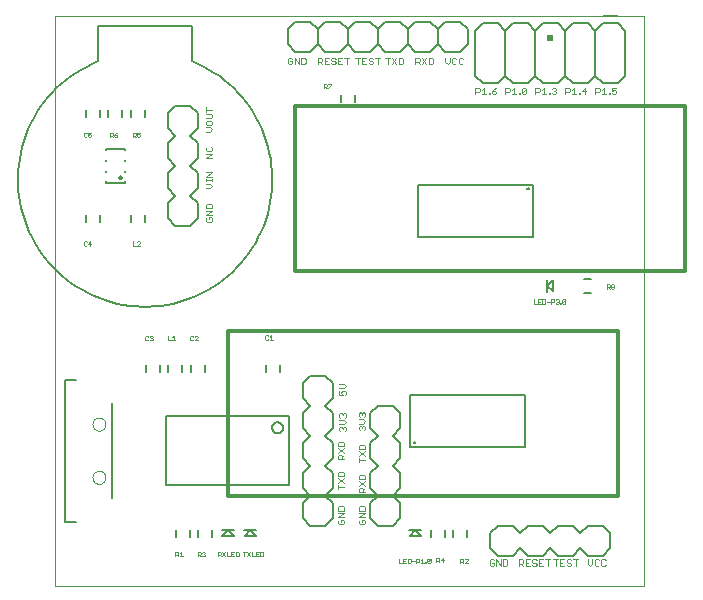
<source format=gto>
G75*
G70*
%OFA0B0*%
%FSLAX24Y24*%
%IPPOS*%
%LPD*%
%AMOC8*
5,1,8,0,0,1.08239X$1,22.5*
%
%ADD10C,0.0000*%
%ADD11C,0.0020*%
%ADD12C,0.0050*%
%ADD13C,0.0120*%
%ADD14C,0.0060*%
%ADD15C,0.0010*%
%ADD16C,0.0080*%
%ADD17R,0.0200X0.0200*%
D10*
X005648Y000150D02*
X025268Y000150D01*
X025268Y019146D01*
X005648Y019146D01*
X005648Y000150D01*
X006892Y003764D02*
X006894Y003793D01*
X006900Y003821D01*
X006909Y003849D01*
X006922Y003875D01*
X006939Y003898D01*
X006958Y003920D01*
X006980Y003939D01*
X007005Y003954D01*
X007031Y003967D01*
X007059Y003975D01*
X007087Y003980D01*
X007116Y003981D01*
X007145Y003978D01*
X007173Y003971D01*
X007200Y003961D01*
X007226Y003947D01*
X007249Y003930D01*
X007270Y003910D01*
X007288Y003887D01*
X007303Y003862D01*
X007314Y003835D01*
X007322Y003807D01*
X007326Y003778D01*
X007326Y003750D01*
X007322Y003721D01*
X007314Y003693D01*
X007303Y003666D01*
X007288Y003641D01*
X007270Y003618D01*
X007249Y003598D01*
X007226Y003581D01*
X007200Y003567D01*
X007173Y003557D01*
X007145Y003550D01*
X007116Y003547D01*
X007087Y003548D01*
X007059Y003553D01*
X007031Y003561D01*
X007005Y003574D01*
X006980Y003589D01*
X006958Y003608D01*
X006939Y003630D01*
X006922Y003653D01*
X006909Y003679D01*
X006900Y003707D01*
X006894Y003735D01*
X006892Y003764D01*
X006892Y005536D02*
X006894Y005565D01*
X006900Y005593D01*
X006909Y005621D01*
X006922Y005647D01*
X006939Y005670D01*
X006958Y005692D01*
X006980Y005711D01*
X007005Y005726D01*
X007031Y005739D01*
X007059Y005747D01*
X007087Y005752D01*
X007116Y005753D01*
X007145Y005750D01*
X007173Y005743D01*
X007200Y005733D01*
X007226Y005719D01*
X007249Y005702D01*
X007270Y005682D01*
X007288Y005659D01*
X007303Y005634D01*
X007314Y005607D01*
X007322Y005579D01*
X007326Y005550D01*
X007326Y005522D01*
X007322Y005493D01*
X007314Y005465D01*
X007303Y005438D01*
X007288Y005413D01*
X007270Y005390D01*
X007249Y005370D01*
X007226Y005353D01*
X007200Y005339D01*
X007173Y005329D01*
X007145Y005322D01*
X007116Y005319D01*
X007087Y005320D01*
X007059Y005325D01*
X007031Y005333D01*
X007005Y005346D01*
X006980Y005361D01*
X006958Y005380D01*
X006939Y005402D01*
X006922Y005425D01*
X006909Y005451D01*
X006900Y005479D01*
X006894Y005507D01*
X006892Y005536D01*
D11*
X015068Y004912D02*
X015068Y004802D01*
X015288Y004802D01*
X015288Y004912D01*
X015251Y004949D01*
X015104Y004949D01*
X015068Y004912D01*
X015068Y004728D02*
X015288Y004581D01*
X015288Y004507D02*
X015214Y004433D01*
X015214Y004470D02*
X015214Y004360D01*
X015288Y004360D02*
X015068Y004360D01*
X015068Y004470D01*
X015104Y004507D01*
X015178Y004507D01*
X015214Y004470D01*
X015068Y004581D02*
X015288Y004728D01*
X015768Y004702D02*
X015768Y004812D01*
X015804Y004849D01*
X015951Y004849D01*
X015988Y004812D01*
X015988Y004702D01*
X015768Y004702D01*
X015768Y004628D02*
X015988Y004481D01*
X015988Y004628D02*
X015768Y004481D01*
X015768Y004407D02*
X015768Y004260D01*
X015768Y004333D02*
X015988Y004333D01*
X015288Y003912D02*
X015251Y003949D01*
X015104Y003949D01*
X015068Y003912D01*
X015068Y003802D01*
X015288Y003802D01*
X015288Y003912D01*
X015288Y003728D02*
X015068Y003581D01*
X015068Y003507D02*
X015068Y003360D01*
X015068Y003433D02*
X015288Y003433D01*
X015288Y003581D02*
X015068Y003728D01*
X015768Y003702D02*
X015768Y003812D01*
X015804Y003849D01*
X015951Y003849D01*
X015988Y003812D01*
X015988Y003702D01*
X015768Y003702D01*
X015768Y003628D02*
X015988Y003481D01*
X015988Y003407D02*
X015914Y003333D01*
X015914Y003370D02*
X015914Y003260D01*
X015988Y003260D02*
X015768Y003260D01*
X015768Y003370D01*
X015804Y003407D01*
X015878Y003407D01*
X015914Y003370D01*
X015768Y003481D02*
X015988Y003628D01*
X015951Y002799D02*
X015804Y002799D01*
X015768Y002762D01*
X015768Y002652D01*
X015988Y002652D01*
X015988Y002762D01*
X015951Y002799D01*
X015988Y002578D02*
X015768Y002578D01*
X015768Y002431D02*
X015988Y002578D01*
X015988Y002431D02*
X015768Y002431D01*
X015804Y002357D02*
X015768Y002320D01*
X015768Y002247D01*
X015804Y002210D01*
X015951Y002210D01*
X015988Y002247D01*
X015988Y002320D01*
X015951Y002357D01*
X015878Y002357D01*
X015878Y002283D01*
X015288Y002247D02*
X015288Y002320D01*
X015251Y002357D01*
X015178Y002357D01*
X015178Y002283D01*
X015251Y002210D02*
X015288Y002247D01*
X015251Y002210D02*
X015104Y002210D01*
X015068Y002247D01*
X015068Y002320D01*
X015104Y002357D01*
X015068Y002431D02*
X015288Y002578D01*
X015068Y002578D01*
X015068Y002652D02*
X015068Y002762D01*
X015104Y002799D01*
X015251Y002799D01*
X015288Y002762D01*
X015288Y002652D01*
X015068Y002652D01*
X015068Y002431D02*
X015288Y002431D01*
X015301Y005310D02*
X015338Y005347D01*
X015338Y005420D01*
X015301Y005457D01*
X015264Y005457D01*
X015228Y005420D01*
X015228Y005383D01*
X015228Y005420D02*
X015191Y005457D01*
X015154Y005457D01*
X015118Y005420D01*
X015118Y005347D01*
X015154Y005310D01*
X015118Y005531D02*
X015264Y005531D01*
X015338Y005604D01*
X015264Y005678D01*
X015118Y005678D01*
X015154Y005752D02*
X015118Y005789D01*
X015118Y005862D01*
X015154Y005899D01*
X015191Y005899D01*
X015228Y005862D01*
X015264Y005899D01*
X015301Y005899D01*
X015338Y005862D01*
X015338Y005789D01*
X015301Y005752D01*
X015228Y005825D02*
X015228Y005862D01*
X015768Y005887D02*
X015804Y005924D01*
X015841Y005924D01*
X015878Y005887D01*
X015914Y005924D01*
X015951Y005924D01*
X015988Y005887D01*
X015988Y005814D01*
X015951Y005777D01*
X015914Y005703D02*
X015768Y005703D01*
X015804Y005777D02*
X015768Y005814D01*
X015768Y005887D01*
X015878Y005887D02*
X015878Y005850D01*
X015914Y005703D02*
X015988Y005629D01*
X015914Y005556D01*
X015768Y005556D01*
X015804Y005482D02*
X015841Y005482D01*
X015878Y005445D01*
X015914Y005482D01*
X015951Y005482D01*
X015988Y005445D01*
X015988Y005372D01*
X015951Y005335D01*
X015878Y005408D02*
X015878Y005445D01*
X015804Y005482D02*
X015768Y005445D01*
X015768Y005372D01*
X015804Y005335D01*
X015301Y006510D02*
X015338Y006547D01*
X015338Y006620D01*
X015301Y006657D01*
X015228Y006657D01*
X015191Y006620D01*
X015191Y006583D01*
X015228Y006510D01*
X015118Y006510D01*
X015118Y006657D01*
X015118Y006731D02*
X015264Y006731D01*
X015338Y006804D01*
X015264Y006878D01*
X015118Y006878D01*
X010851Y012285D02*
X010704Y012285D01*
X010668Y012322D01*
X010668Y012395D01*
X010704Y012432D01*
X010778Y012432D02*
X010778Y012358D01*
X010778Y012432D02*
X010851Y012432D01*
X010888Y012395D01*
X010888Y012322D01*
X010851Y012285D01*
X010888Y012506D02*
X010668Y012506D01*
X010888Y012653D01*
X010668Y012653D01*
X010668Y012727D02*
X010668Y012837D01*
X010704Y012874D01*
X010851Y012874D01*
X010888Y012837D01*
X010888Y012727D01*
X010668Y012727D01*
X010668Y013410D02*
X010814Y013410D01*
X010888Y013483D01*
X010814Y013557D01*
X010668Y013557D01*
X010668Y013631D02*
X010668Y013704D01*
X010668Y013668D02*
X010888Y013668D01*
X010888Y013704D02*
X010888Y013631D01*
X010888Y013778D02*
X010668Y013778D01*
X010888Y013925D01*
X010668Y013925D01*
X010668Y014410D02*
X010888Y014557D01*
X010668Y014557D01*
X010704Y014631D02*
X010851Y014631D01*
X010888Y014668D01*
X010888Y014741D01*
X010851Y014778D01*
X010704Y014778D02*
X010668Y014741D01*
X010668Y014668D01*
X010704Y014631D01*
X010668Y014410D02*
X010888Y014410D01*
X010814Y015285D02*
X010668Y015285D01*
X010814Y015285D02*
X010888Y015358D01*
X010814Y015432D01*
X010668Y015432D01*
X010704Y015506D02*
X010851Y015506D01*
X010888Y015543D01*
X010888Y015616D01*
X010851Y015653D01*
X010704Y015653D01*
X010668Y015616D01*
X010668Y015543D01*
X010704Y015506D01*
X010668Y015727D02*
X010851Y015727D01*
X010888Y015764D01*
X010888Y015837D01*
X010851Y015874D01*
X010668Y015874D01*
X010668Y015948D02*
X010668Y016095D01*
X010668Y016021D02*
X010888Y016021D01*
X013408Y017572D02*
X013445Y017535D01*
X013518Y017535D01*
X013555Y017572D01*
X013555Y017645D01*
X013481Y017645D01*
X013408Y017718D02*
X013408Y017572D01*
X013408Y017718D02*
X013445Y017755D01*
X013518Y017755D01*
X013555Y017718D01*
X013629Y017755D02*
X013776Y017535D01*
X013776Y017755D01*
X013850Y017755D02*
X013960Y017755D01*
X013997Y017718D01*
X013997Y017572D01*
X013960Y017535D01*
X013850Y017535D01*
X013850Y017755D01*
X013629Y017755D02*
X013629Y017535D01*
X014408Y017535D02*
X014408Y017755D01*
X014518Y017755D01*
X014555Y017718D01*
X014555Y017645D01*
X014518Y017608D01*
X014408Y017608D01*
X014481Y017608D02*
X014555Y017535D01*
X014629Y017535D02*
X014776Y017535D01*
X014850Y017572D02*
X014887Y017535D01*
X014960Y017535D01*
X014997Y017572D01*
X014997Y017608D01*
X014960Y017645D01*
X014887Y017645D01*
X014850Y017682D01*
X014850Y017718D01*
X014887Y017755D01*
X014960Y017755D01*
X014997Y017718D01*
X015071Y017755D02*
X015071Y017535D01*
X015218Y017535D01*
X015144Y017645D02*
X015071Y017645D01*
X015071Y017755D02*
X015218Y017755D01*
X015292Y017755D02*
X015439Y017755D01*
X015365Y017755D02*
X015365Y017535D01*
X015731Y017535D02*
X015731Y017755D01*
X015658Y017755D02*
X015805Y017755D01*
X015879Y017755D02*
X015879Y017535D01*
X016026Y017535D01*
X016100Y017572D02*
X016137Y017535D01*
X016210Y017535D01*
X016247Y017572D01*
X016247Y017608D01*
X016210Y017645D01*
X016137Y017645D01*
X016100Y017682D01*
X016100Y017718D01*
X016137Y017755D01*
X016210Y017755D01*
X016247Y017718D01*
X016321Y017755D02*
X016468Y017755D01*
X016394Y017755D02*
X016394Y017535D01*
X016731Y017535D02*
X016731Y017755D01*
X016658Y017755D02*
X016805Y017755D01*
X016879Y017755D02*
X017026Y017535D01*
X017100Y017535D02*
X017210Y017535D01*
X017247Y017572D01*
X017247Y017718D01*
X017210Y017755D01*
X017100Y017755D01*
X017100Y017535D01*
X016879Y017535D02*
X017026Y017755D01*
X017658Y017755D02*
X017658Y017535D01*
X017658Y017608D02*
X017768Y017608D01*
X017805Y017645D01*
X017805Y017718D01*
X017768Y017755D01*
X017658Y017755D01*
X017731Y017608D02*
X017805Y017535D01*
X017879Y017535D02*
X018026Y017755D01*
X018100Y017755D02*
X018210Y017755D01*
X018247Y017718D01*
X018247Y017572D01*
X018210Y017535D01*
X018100Y017535D01*
X018100Y017755D01*
X017879Y017755D02*
X018026Y017535D01*
X018658Y017608D02*
X018731Y017535D01*
X018805Y017608D01*
X018805Y017755D01*
X018879Y017718D02*
X018879Y017572D01*
X018916Y017535D01*
X018989Y017535D01*
X019026Y017572D01*
X019100Y017572D02*
X019137Y017535D01*
X019210Y017535D01*
X019247Y017572D01*
X019247Y017718D02*
X019210Y017755D01*
X019137Y017755D01*
X019100Y017718D01*
X019100Y017572D01*
X019026Y017718D02*
X018989Y017755D01*
X018916Y017755D01*
X018879Y017718D01*
X018658Y017755D02*
X018658Y017608D01*
X019658Y016755D02*
X019768Y016755D01*
X019805Y016718D01*
X019805Y016645D01*
X019768Y016608D01*
X019658Y016608D01*
X019658Y016535D02*
X019658Y016755D01*
X019879Y016682D02*
X019952Y016755D01*
X019952Y016535D01*
X019879Y016535D02*
X020026Y016535D01*
X020100Y016535D02*
X020137Y016535D01*
X020137Y016572D01*
X020100Y016572D01*
X020100Y016535D01*
X020210Y016572D02*
X020210Y016645D01*
X020320Y016645D01*
X020357Y016608D01*
X020357Y016572D01*
X020320Y016535D01*
X020247Y016535D01*
X020210Y016572D01*
X020210Y016645D02*
X020284Y016718D01*
X020357Y016755D01*
X020658Y016755D02*
X020658Y016535D01*
X020658Y016608D02*
X020768Y016608D01*
X020805Y016645D01*
X020805Y016718D01*
X020768Y016755D01*
X020658Y016755D01*
X020879Y016682D02*
X020952Y016755D01*
X020952Y016535D01*
X020879Y016535D02*
X021026Y016535D01*
X021100Y016535D02*
X021137Y016535D01*
X021137Y016572D01*
X021100Y016572D01*
X021100Y016535D01*
X021210Y016572D02*
X021357Y016718D01*
X021357Y016572D01*
X021320Y016535D01*
X021247Y016535D01*
X021210Y016572D01*
X021210Y016718D01*
X021247Y016755D01*
X021320Y016755D01*
X021357Y016718D01*
X021658Y016755D02*
X021658Y016535D01*
X021658Y016608D02*
X021768Y016608D01*
X021805Y016645D01*
X021805Y016718D01*
X021768Y016755D01*
X021658Y016755D01*
X021879Y016682D02*
X021952Y016755D01*
X021952Y016535D01*
X021879Y016535D02*
X022026Y016535D01*
X022100Y016535D02*
X022137Y016535D01*
X022137Y016572D01*
X022100Y016572D01*
X022100Y016535D01*
X022210Y016572D02*
X022247Y016535D01*
X022320Y016535D01*
X022357Y016572D01*
X022357Y016608D01*
X022320Y016645D01*
X022284Y016645D01*
X022320Y016645D02*
X022357Y016682D01*
X022357Y016718D01*
X022320Y016755D01*
X022247Y016755D01*
X022210Y016718D01*
X022658Y016755D02*
X022658Y016535D01*
X022658Y016608D02*
X022768Y016608D01*
X022805Y016645D01*
X022805Y016718D01*
X022768Y016755D01*
X022658Y016755D01*
X022879Y016682D02*
X022952Y016755D01*
X022952Y016535D01*
X022879Y016535D02*
X023026Y016535D01*
X023100Y016535D02*
X023137Y016535D01*
X023137Y016572D01*
X023100Y016572D01*
X023100Y016535D01*
X023210Y016645D02*
X023357Y016645D01*
X023320Y016535D02*
X023320Y016755D01*
X023210Y016645D01*
X023658Y016608D02*
X023768Y016608D01*
X023805Y016645D01*
X023805Y016718D01*
X023768Y016755D01*
X023658Y016755D01*
X023658Y016535D01*
X023879Y016535D02*
X024026Y016535D01*
X023952Y016535D02*
X023952Y016755D01*
X023879Y016682D01*
X024100Y016572D02*
X024137Y016572D01*
X024137Y016535D01*
X024100Y016535D01*
X024100Y016572D01*
X024210Y016572D02*
X024247Y016535D01*
X024320Y016535D01*
X024357Y016572D01*
X024357Y016645D01*
X024320Y016682D01*
X024284Y016682D01*
X024210Y016645D01*
X024210Y016755D01*
X024357Y016755D01*
X016026Y017755D02*
X015879Y017755D01*
X015879Y017645D02*
X015952Y017645D01*
X014776Y017755D02*
X014629Y017755D01*
X014629Y017535D01*
X014629Y017645D02*
X014702Y017645D01*
X020170Y001030D02*
X020133Y000993D01*
X020133Y000847D01*
X020170Y000810D01*
X020243Y000810D01*
X020280Y000847D01*
X020280Y000920D01*
X020206Y000920D01*
X020280Y000993D02*
X020243Y001030D01*
X020170Y001030D01*
X020354Y001030D02*
X020501Y000810D01*
X020501Y001030D01*
X020575Y001030D02*
X020685Y001030D01*
X020722Y000993D01*
X020722Y000847D01*
X020685Y000810D01*
X020575Y000810D01*
X020575Y001030D01*
X020354Y001030D02*
X020354Y000810D01*
X021108Y000810D02*
X021108Y001030D01*
X021218Y001030D01*
X021255Y000993D01*
X021255Y000920D01*
X021218Y000883D01*
X021108Y000883D01*
X021181Y000883D02*
X021255Y000810D01*
X021329Y000810D02*
X021476Y000810D01*
X021550Y000847D02*
X021587Y000810D01*
X021660Y000810D01*
X021697Y000847D01*
X021697Y000883D01*
X021660Y000920D01*
X021587Y000920D01*
X021550Y000957D01*
X021550Y000993D01*
X021587Y001030D01*
X021660Y001030D01*
X021697Y000993D01*
X021771Y001030D02*
X021771Y000810D01*
X021918Y000810D01*
X021844Y000920D02*
X021771Y000920D01*
X021771Y001030D02*
X021918Y001030D01*
X021992Y001030D02*
X022139Y001030D01*
X022065Y001030D02*
X022065Y000810D01*
X022331Y000810D02*
X022331Y001030D01*
X022258Y001030D02*
X022405Y001030D01*
X022479Y001030D02*
X022479Y000810D01*
X022626Y000810D01*
X022700Y000847D02*
X022737Y000810D01*
X022810Y000810D01*
X022847Y000847D01*
X022847Y000883D01*
X022810Y000920D01*
X022737Y000920D01*
X022700Y000957D01*
X022700Y000993D01*
X022737Y001030D01*
X022810Y001030D01*
X022847Y000993D01*
X022921Y001030D02*
X023068Y001030D01*
X022994Y001030D02*
X022994Y000810D01*
X022626Y001030D02*
X022479Y001030D01*
X022479Y000920D02*
X022552Y000920D01*
X023408Y000883D02*
X023481Y000810D01*
X023555Y000883D01*
X023555Y001030D01*
X023629Y000993D02*
X023629Y000847D01*
X023666Y000810D01*
X023739Y000810D01*
X023776Y000847D01*
X023850Y000847D02*
X023887Y000810D01*
X023960Y000810D01*
X023997Y000847D01*
X023997Y000993D02*
X023960Y001030D01*
X023887Y001030D01*
X023850Y000993D01*
X023850Y000847D01*
X023776Y000993D02*
X023739Y001030D01*
X023666Y001030D01*
X023629Y000993D01*
X023408Y001030D02*
X023408Y000883D01*
X021476Y001030D02*
X021329Y001030D01*
X021329Y000810D01*
X021329Y000920D02*
X021402Y000920D01*
D12*
X017848Y001800D02*
X017648Y002000D01*
X017848Y002000D01*
X017848Y001800D02*
X017473Y001800D01*
X017648Y002000D01*
X017448Y002000D01*
X017477Y004781D02*
X021296Y004781D01*
X021296Y006513D01*
X017477Y006513D01*
X017477Y004781D01*
X017615Y004919D02*
X017617Y004927D01*
X017622Y004934D01*
X017629Y004938D01*
X017637Y004939D01*
X017645Y004936D01*
X017651Y004931D01*
X017655Y004923D01*
X017655Y004915D01*
X017651Y004907D01*
X017645Y004902D01*
X017637Y004899D01*
X017629Y004900D01*
X017622Y004904D01*
X017617Y004911D01*
X017615Y004919D01*
X012348Y002000D02*
X012148Y002000D01*
X011948Y002000D01*
X012148Y002000D02*
X011973Y001800D01*
X012348Y001800D01*
X012148Y002000D01*
X011598Y002000D02*
X011398Y002000D01*
X011198Y002000D01*
X011398Y002000D02*
X011223Y001800D01*
X011598Y001800D01*
X011398Y002000D01*
X022048Y009950D02*
X022048Y010150D01*
X022048Y010350D01*
X022248Y010350D02*
X022048Y010150D01*
X022248Y009975D01*
X022248Y010350D01*
X021569Y011787D02*
X017750Y011787D01*
X017750Y013519D01*
X021569Y013519D01*
X021569Y011787D01*
X021391Y013381D02*
X021393Y013389D01*
X021398Y013396D01*
X021405Y013400D01*
X021413Y013401D01*
X021421Y013398D01*
X021427Y013393D01*
X021431Y013385D01*
X021431Y013377D01*
X021427Y013369D01*
X021421Y013364D01*
X021413Y013361D01*
X021405Y013362D01*
X021398Y013366D01*
X021393Y013373D01*
X021391Y013381D01*
D13*
X026648Y010650D02*
X026648Y016150D01*
X013648Y016150D01*
X013648Y010650D01*
X026648Y010650D01*
X024398Y008650D02*
X024398Y003150D01*
X011398Y003150D01*
X011398Y008650D01*
X024398Y008650D01*
D14*
X023516Y009914D02*
X023280Y009914D01*
X023280Y010386D02*
X023516Y010386D01*
X015634Y016282D02*
X015634Y016518D01*
X015162Y016518D02*
X015162Y016282D01*
X019648Y017150D02*
X019648Y018650D01*
X019898Y018900D01*
X020398Y018900D01*
X020648Y018650D01*
X020648Y017150D01*
X020398Y016900D01*
X019898Y016900D01*
X019648Y017150D01*
X020648Y017150D02*
X020898Y016900D01*
X021398Y016900D01*
X021648Y017150D01*
X021648Y018650D01*
X021398Y018900D01*
X020898Y018900D01*
X020648Y018650D01*
X021648Y018650D02*
X021898Y018900D01*
X022398Y018900D01*
X022648Y018650D01*
X022648Y017150D01*
X022398Y016900D01*
X021898Y016900D01*
X021648Y017150D01*
X022648Y017150D02*
X022898Y016900D01*
X023398Y016900D01*
X023648Y017150D01*
X023648Y018650D01*
X023398Y018900D01*
X022898Y018900D01*
X022648Y018650D01*
X023648Y018650D02*
X023898Y018900D01*
X024398Y018900D01*
X024648Y018650D01*
X024648Y017150D01*
X024398Y016900D01*
X023898Y016900D01*
X023648Y017150D01*
X013134Y007518D02*
X013134Y007282D01*
X012662Y007282D02*
X012662Y007518D01*
X013445Y005802D02*
X013445Y003498D01*
X009351Y003498D01*
X009351Y005802D01*
X013445Y005802D01*
X012880Y005418D02*
X012882Y005444D01*
X012888Y005470D01*
X012897Y005495D01*
X012910Y005518D01*
X012926Y005539D01*
X012945Y005557D01*
X012967Y005573D01*
X012990Y005585D01*
X013015Y005593D01*
X013041Y005598D01*
X013068Y005599D01*
X013094Y005596D01*
X013119Y005589D01*
X013144Y005579D01*
X013166Y005565D01*
X013187Y005548D01*
X013204Y005529D01*
X013219Y005507D01*
X013230Y005483D01*
X013238Y005457D01*
X013242Y005431D01*
X013242Y005405D01*
X013238Y005379D01*
X013230Y005353D01*
X013219Y005329D01*
X013204Y005307D01*
X013187Y005288D01*
X013166Y005271D01*
X013144Y005257D01*
X013119Y005247D01*
X013094Y005240D01*
X013068Y005237D01*
X013041Y005238D01*
X013015Y005243D01*
X012990Y005251D01*
X012967Y005263D01*
X012945Y005279D01*
X012926Y005297D01*
X012910Y005318D01*
X012897Y005341D01*
X012888Y005366D01*
X012882Y005392D01*
X012880Y005418D01*
X010634Y007282D02*
X010634Y007518D01*
X010162Y007518D02*
X010162Y007282D01*
X009884Y007282D02*
X009884Y007518D01*
X009412Y007518D02*
X009412Y007282D01*
X009134Y007282D02*
X009134Y007518D01*
X008662Y007518D02*
X008662Y007282D01*
X008634Y012282D02*
X008634Y012518D01*
X008162Y012518D02*
X008162Y012282D01*
X007134Y012282D02*
X007134Y012518D01*
X006662Y012518D02*
X006662Y012282D01*
X007329Y013590D02*
X007329Y013627D01*
X007329Y013590D02*
X007967Y013590D01*
X007967Y013627D01*
X007786Y013756D02*
X007788Y013768D01*
X007793Y013779D01*
X007802Y013788D01*
X007813Y013793D01*
X007825Y013795D01*
X007837Y013793D01*
X007848Y013788D01*
X007857Y013779D01*
X007862Y013768D01*
X007864Y013756D01*
X007862Y013744D01*
X007857Y013733D01*
X007848Y013724D01*
X007837Y013719D01*
X007825Y013717D01*
X007813Y013719D01*
X007802Y013724D01*
X007793Y013733D01*
X007788Y013744D01*
X007786Y013756D01*
X007967Y013944D02*
X007967Y013981D01*
X007967Y014319D02*
X007967Y014356D01*
X007967Y014673D02*
X007967Y014710D01*
X007329Y014710D01*
X007329Y014673D01*
X007329Y014356D02*
X007329Y014319D01*
X007329Y013981D02*
X007329Y013944D01*
X007412Y015782D02*
X007412Y016018D01*
X007134Y016018D02*
X007134Y015782D01*
X006662Y015782D02*
X006662Y016018D01*
X007884Y016018D02*
X007884Y015782D01*
X008162Y015782D02*
X008162Y016018D01*
X008634Y016018D02*
X008634Y015782D01*
X009662Y002018D02*
X009662Y001782D01*
X010134Y001782D02*
X010134Y002018D01*
X010412Y002018D02*
X010412Y001782D01*
X010884Y001782D02*
X010884Y002018D01*
X018162Y002018D02*
X018162Y001782D01*
X018634Y001782D02*
X018634Y002018D01*
X018912Y002018D02*
X018912Y001782D01*
X019384Y001782D02*
X019384Y002018D01*
D15*
X019375Y001055D02*
X019325Y001055D01*
X019300Y001030D01*
X019253Y001030D02*
X019253Y000980D01*
X019228Y000955D01*
X019153Y000955D01*
X019203Y000955D02*
X019253Y000905D01*
X019300Y000905D02*
X019400Y001005D01*
X019400Y001030D01*
X019375Y001055D01*
X019253Y001030D02*
X019228Y001055D01*
X019153Y001055D01*
X019153Y000905D01*
X019300Y000905D02*
X019400Y000905D01*
X018600Y001005D02*
X018500Y001005D01*
X018575Y001080D01*
X018575Y000930D01*
X018453Y000930D02*
X018403Y000980D01*
X018428Y000980D02*
X018353Y000980D01*
X018353Y000930D02*
X018353Y001080D01*
X018428Y001080D01*
X018453Y001055D01*
X018453Y001005D01*
X018428Y000980D01*
X018161Y000930D02*
X018136Y000905D01*
X018086Y000905D01*
X018060Y000930D01*
X018161Y001030D01*
X018161Y000930D01*
X018161Y001030D02*
X018136Y001055D01*
X018086Y001055D01*
X018060Y001030D01*
X018060Y000930D01*
X018012Y000930D02*
X018012Y000905D01*
X017987Y000905D01*
X017987Y000930D01*
X018012Y000930D01*
X017940Y000905D02*
X017840Y000905D01*
X017890Y000905D02*
X017890Y001055D01*
X017840Y001005D01*
X017792Y000980D02*
X017767Y000955D01*
X017692Y000955D01*
X017692Y000905D02*
X017692Y001055D01*
X017767Y001055D01*
X017792Y001030D01*
X017792Y000980D01*
X017645Y000980D02*
X017545Y000980D01*
X017498Y000930D02*
X017498Y001030D01*
X017473Y001055D01*
X017398Y001055D01*
X017398Y000905D01*
X017473Y000905D01*
X017498Y000930D01*
X017350Y000905D02*
X017250Y000905D01*
X017250Y001055D01*
X017350Y001055D01*
X017300Y000980D02*
X017250Y000980D01*
X017203Y000905D02*
X017103Y000905D01*
X017103Y001055D01*
X012592Y001155D02*
X012592Y001255D01*
X012567Y001280D01*
X012492Y001280D01*
X012492Y001130D01*
X012567Y001130D01*
X012592Y001155D01*
X012445Y001130D02*
X012345Y001130D01*
X012345Y001280D01*
X012445Y001280D01*
X012395Y001205D02*
X012345Y001205D01*
X012298Y001130D02*
X012198Y001130D01*
X012198Y001280D01*
X012150Y001280D02*
X012050Y001130D01*
X011953Y001130D02*
X011953Y001280D01*
X011903Y001280D02*
X012003Y001280D01*
X012050Y001280D02*
X012150Y001130D01*
X011767Y001155D02*
X011767Y001255D01*
X011742Y001280D01*
X011667Y001280D01*
X011667Y001130D01*
X011742Y001130D01*
X011767Y001155D01*
X011620Y001130D02*
X011520Y001130D01*
X011520Y001280D01*
X011620Y001280D01*
X011570Y001205D02*
X011520Y001205D01*
X011473Y001130D02*
X011373Y001130D01*
X011373Y001280D01*
X011325Y001280D02*
X011225Y001130D01*
X011178Y001130D02*
X011128Y001180D01*
X011153Y001180D02*
X011078Y001180D01*
X011078Y001130D02*
X011078Y001280D01*
X011153Y001280D01*
X011178Y001255D01*
X011178Y001205D01*
X011153Y001180D01*
X011225Y001280D02*
X011325Y001130D01*
X010650Y001155D02*
X010625Y001130D01*
X010575Y001130D01*
X010550Y001155D01*
X010503Y001130D02*
X010453Y001180D01*
X010478Y001180D02*
X010403Y001180D01*
X010403Y001130D02*
X010403Y001280D01*
X010478Y001280D01*
X010503Y001255D01*
X010503Y001205D01*
X010478Y001180D01*
X010550Y001255D02*
X010575Y001280D01*
X010625Y001280D01*
X010650Y001255D01*
X010650Y001230D01*
X010625Y001205D01*
X010650Y001180D01*
X010650Y001155D01*
X010625Y001205D02*
X010600Y001205D01*
X009900Y001130D02*
X009800Y001130D01*
X009753Y001130D02*
X009703Y001180D01*
X009728Y001180D02*
X009653Y001180D01*
X009653Y001130D02*
X009653Y001280D01*
X009728Y001280D01*
X009753Y001255D01*
X009753Y001205D01*
X009728Y001180D01*
X009800Y001230D02*
X009850Y001280D01*
X009850Y001130D01*
X009650Y008330D02*
X009550Y008330D01*
X009503Y008330D02*
X009403Y008330D01*
X009403Y008480D01*
X009550Y008430D02*
X009600Y008480D01*
X009600Y008330D01*
X010153Y008355D02*
X010178Y008330D01*
X010228Y008330D01*
X010253Y008355D01*
X010300Y008330D02*
X010400Y008430D01*
X010400Y008455D01*
X010375Y008480D01*
X010325Y008480D01*
X010300Y008455D01*
X010253Y008455D02*
X010228Y008480D01*
X010178Y008480D01*
X010153Y008455D01*
X010153Y008355D01*
X010300Y008330D02*
X010400Y008330D01*
X008900Y008355D02*
X008875Y008330D01*
X008825Y008330D01*
X008800Y008355D01*
X008753Y008355D02*
X008728Y008330D01*
X008678Y008330D01*
X008653Y008355D01*
X008653Y008455D01*
X008678Y008480D01*
X008728Y008480D01*
X008753Y008455D01*
X008800Y008455D02*
X008825Y008480D01*
X008875Y008480D01*
X008900Y008455D01*
X008900Y008430D01*
X008875Y008405D01*
X008900Y008380D01*
X008900Y008355D01*
X008875Y008405D02*
X008850Y008405D01*
X012653Y008380D02*
X012678Y008355D01*
X012728Y008355D01*
X012753Y008380D01*
X012800Y008355D02*
X012900Y008355D01*
X012850Y008355D02*
X012850Y008505D01*
X012800Y008455D01*
X012753Y008480D02*
X012728Y008505D01*
X012678Y008505D01*
X012653Y008480D01*
X012653Y008380D01*
X008475Y011480D02*
X008375Y011480D01*
X008475Y011580D01*
X008475Y011605D01*
X008450Y011630D01*
X008400Y011630D01*
X008375Y011605D01*
X008328Y011480D02*
X008228Y011480D01*
X008228Y011630D01*
X006850Y011555D02*
X006750Y011555D01*
X006825Y011630D01*
X006825Y011480D01*
X006703Y011505D02*
X006678Y011480D01*
X006628Y011480D01*
X006603Y011505D01*
X006603Y011605D01*
X006628Y011630D01*
X006678Y011630D01*
X006703Y011605D01*
X006678Y015105D02*
X006703Y015130D01*
X006678Y015105D02*
X006628Y015105D01*
X006603Y015130D01*
X006603Y015230D01*
X006628Y015255D01*
X006678Y015255D01*
X006703Y015230D01*
X006750Y015255D02*
X006750Y015180D01*
X006800Y015205D01*
X006825Y015205D01*
X006850Y015180D01*
X006850Y015130D01*
X006825Y015105D01*
X006775Y015105D01*
X006750Y015130D01*
X006750Y015255D02*
X006850Y015255D01*
X007478Y015255D02*
X007478Y015105D01*
X007478Y015155D02*
X007553Y015155D01*
X007578Y015180D01*
X007578Y015230D01*
X007553Y015255D01*
X007478Y015255D01*
X007528Y015155D02*
X007578Y015105D01*
X007625Y015130D02*
X007650Y015105D01*
X007700Y015105D01*
X007725Y015130D01*
X007725Y015155D01*
X007700Y015180D01*
X007625Y015180D01*
X007625Y015130D01*
X007625Y015180D02*
X007675Y015230D01*
X007725Y015255D01*
X008228Y015255D02*
X008228Y015105D01*
X008228Y015155D02*
X008303Y015155D01*
X008328Y015180D01*
X008328Y015230D01*
X008303Y015255D01*
X008228Y015255D01*
X008278Y015155D02*
X008328Y015105D01*
X008375Y015130D02*
X008400Y015105D01*
X008450Y015105D01*
X008475Y015130D01*
X008475Y015180D01*
X008450Y015205D01*
X008425Y015205D01*
X008375Y015180D01*
X008375Y015255D01*
X008475Y015255D01*
X014603Y016730D02*
X014603Y016880D01*
X014678Y016880D01*
X014703Y016855D01*
X014703Y016805D01*
X014678Y016780D01*
X014603Y016780D01*
X014653Y016780D02*
X014703Y016730D01*
X014750Y016730D02*
X014750Y016755D01*
X014850Y016855D01*
X014850Y016880D01*
X014750Y016880D01*
X024033Y010195D02*
X024108Y010195D01*
X024133Y010170D01*
X024133Y010120D01*
X024108Y010095D01*
X024033Y010095D01*
X024033Y010045D02*
X024033Y010195D01*
X024083Y010095D02*
X024133Y010045D01*
X024181Y010070D02*
X024181Y010095D01*
X024206Y010120D01*
X024256Y010120D01*
X024281Y010095D01*
X024281Y010070D01*
X024256Y010045D01*
X024206Y010045D01*
X024181Y010070D01*
X024206Y010120D02*
X024181Y010145D01*
X024181Y010170D01*
X024206Y010195D01*
X024256Y010195D01*
X024281Y010170D01*
X024281Y010145D01*
X024256Y010120D01*
X022656Y009670D02*
X022556Y009570D01*
X022581Y009545D01*
X022631Y009545D01*
X022656Y009570D01*
X022656Y009670D01*
X022631Y009695D01*
X022581Y009695D01*
X022556Y009670D01*
X022556Y009570D01*
X022507Y009570D02*
X022507Y009545D01*
X022482Y009545D01*
X022482Y009570D01*
X022507Y009570D01*
X022435Y009570D02*
X022410Y009545D01*
X022360Y009545D01*
X022335Y009570D01*
X022287Y009620D02*
X022262Y009595D01*
X022187Y009595D01*
X022187Y009545D02*
X022187Y009695D01*
X022262Y009695D01*
X022287Y009670D01*
X022287Y009620D01*
X022335Y009670D02*
X022360Y009695D01*
X022410Y009695D01*
X022435Y009670D01*
X022435Y009645D01*
X022410Y009620D01*
X022435Y009595D01*
X022435Y009570D01*
X022410Y009620D02*
X022385Y009620D01*
X022140Y009620D02*
X022040Y009620D01*
X021993Y009570D02*
X021993Y009670D01*
X021968Y009695D01*
X021893Y009695D01*
X021893Y009545D01*
X021968Y009545D01*
X021993Y009570D01*
X021845Y009545D02*
X021745Y009545D01*
X021745Y009695D01*
X021845Y009695D01*
X021795Y009620D02*
X021745Y009620D01*
X021698Y009545D02*
X021598Y009545D01*
X021598Y009695D01*
D16*
X017148Y005900D02*
X016898Y006150D01*
X016398Y006150D01*
X016148Y005900D01*
X016148Y005400D01*
X016398Y005150D01*
X016148Y004900D01*
X016148Y004400D01*
X016398Y004150D01*
X016148Y003900D01*
X016148Y003400D01*
X016398Y003150D01*
X016148Y002900D01*
X016148Y002400D01*
X016398Y002150D01*
X016898Y002150D01*
X017148Y002400D01*
X017148Y002900D01*
X016898Y003150D01*
X017148Y003400D01*
X017148Y003900D01*
X016898Y004150D01*
X017148Y004400D01*
X017148Y004900D01*
X016898Y005150D01*
X017148Y005400D01*
X017148Y005900D01*
X014898Y005900D02*
X014898Y005400D01*
X014648Y005150D01*
X014898Y004900D01*
X014898Y004400D01*
X014648Y004150D01*
X014898Y003900D01*
X014898Y003400D01*
X014648Y003150D01*
X014898Y002900D01*
X014898Y002400D01*
X014648Y002150D01*
X014148Y002150D01*
X013898Y002400D01*
X013898Y002900D01*
X014148Y003150D01*
X013898Y003400D01*
X013898Y003900D01*
X014148Y004150D01*
X013898Y004400D01*
X013898Y004900D01*
X014148Y005150D01*
X013898Y005400D01*
X013898Y005900D01*
X014148Y006150D01*
X013898Y006400D01*
X013898Y006900D01*
X014148Y007150D01*
X014648Y007150D01*
X014898Y006900D01*
X014898Y006400D01*
X014648Y006150D01*
X014898Y005900D01*
X020148Y001900D02*
X020398Y002150D01*
X020898Y002150D01*
X021148Y001900D01*
X021398Y002150D01*
X021898Y002150D01*
X022148Y001900D01*
X022398Y002150D01*
X022898Y002150D01*
X023148Y001900D01*
X023398Y002150D01*
X023898Y002150D01*
X024148Y001900D01*
X024148Y001400D01*
X023898Y001150D01*
X023398Y001150D01*
X023148Y001400D01*
X022898Y001150D01*
X022398Y001150D01*
X022148Y001400D01*
X021898Y001150D01*
X021398Y001150D01*
X021148Y001400D01*
X020898Y001150D01*
X020398Y001150D01*
X020148Y001400D01*
X020148Y001900D01*
X007542Y003075D02*
X007542Y006225D01*
X006360Y007012D02*
X005967Y007012D01*
X005967Y002288D01*
X006360Y002288D01*
X009648Y012150D02*
X009398Y012400D01*
X009398Y012900D01*
X009648Y013150D01*
X009398Y013400D01*
X009398Y013900D01*
X009648Y014150D01*
X009398Y014400D01*
X009398Y014900D01*
X009648Y015150D01*
X009398Y015400D01*
X009398Y015900D01*
X009648Y016150D01*
X010148Y016150D01*
X010398Y015900D01*
X010398Y015400D01*
X010148Y015150D01*
X010398Y014900D01*
X010398Y014400D01*
X010148Y014150D01*
X010398Y013900D01*
X010398Y013400D01*
X010148Y013150D01*
X010398Y012900D01*
X010398Y012400D01*
X010148Y012150D01*
X009648Y012150D01*
X010223Y017630D02*
X010413Y017548D01*
X010599Y017457D01*
X010781Y017357D01*
X010957Y017249D01*
X011128Y017132D01*
X011293Y017007D01*
X011452Y016873D01*
X011604Y016733D01*
X011749Y016585D01*
X011887Y016430D01*
X012016Y016268D01*
X012138Y016101D01*
X012252Y015927D01*
X012356Y015749D01*
X012452Y015565D01*
X012539Y015377D01*
X012617Y015185D01*
X012685Y014989D01*
X012744Y014790D01*
X012792Y014589D01*
X012831Y014385D01*
X012860Y014180D01*
X012879Y013974D01*
X012887Y013767D01*
X012886Y013560D01*
X012874Y013353D01*
X012853Y013147D01*
X012821Y012942D01*
X012779Y012739D01*
X012728Y012538D01*
X012667Y012341D01*
X012596Y012146D01*
X012515Y011955D01*
X012426Y011768D01*
X012327Y011586D01*
X012220Y011409D01*
X012104Y011237D01*
X011980Y011071D01*
X011848Y010911D01*
X011708Y010758D01*
X011561Y010612D01*
X011407Y010474D01*
X011247Y010343D01*
X011080Y010220D01*
X010907Y010105D01*
X010729Y009999D01*
X010546Y009902D01*
X010359Y009814D01*
X010167Y009735D01*
X009972Y009665D01*
X009774Y009605D01*
X009573Y009555D01*
X009370Y009515D01*
X009165Y009485D01*
X008959Y009464D01*
X008752Y009454D01*
X008544Y009454D01*
X008337Y009464D01*
X008131Y009485D01*
X007926Y009515D01*
X007723Y009555D01*
X007522Y009605D01*
X007324Y009665D01*
X007129Y009735D01*
X006937Y009814D01*
X006750Y009902D01*
X006567Y009999D01*
X006389Y010105D01*
X006216Y010220D01*
X006049Y010343D01*
X005889Y010474D01*
X005735Y010612D01*
X005588Y010758D01*
X005448Y010911D01*
X005316Y011071D01*
X005192Y011237D01*
X005076Y011409D01*
X004969Y011586D01*
X004870Y011768D01*
X004781Y011955D01*
X004700Y012146D01*
X004629Y012341D01*
X004568Y012538D01*
X004517Y012739D01*
X004475Y012942D01*
X004443Y013147D01*
X004422Y013353D01*
X004410Y013560D01*
X004409Y013767D01*
X004417Y013974D01*
X004436Y014180D01*
X004465Y014385D01*
X004504Y014589D01*
X004552Y014790D01*
X004611Y014989D01*
X004679Y015185D01*
X004757Y015377D01*
X004844Y015565D01*
X004940Y015749D01*
X005044Y015927D01*
X005158Y016101D01*
X005280Y016268D01*
X005409Y016430D01*
X005547Y016585D01*
X005692Y016733D01*
X005844Y016873D01*
X006003Y017007D01*
X006168Y017132D01*
X006339Y017249D01*
X006515Y017357D01*
X006697Y017457D01*
X006883Y017548D01*
X007073Y017630D01*
X007073Y018811D01*
X010223Y018811D01*
X010223Y017630D01*
X013398Y018200D02*
X013398Y018700D01*
X013648Y018950D01*
X014148Y018950D01*
X014398Y018700D01*
X014398Y018200D01*
X014148Y017950D01*
X013648Y017950D01*
X013398Y018200D01*
X014398Y018200D02*
X014648Y017950D01*
X015148Y017950D01*
X015398Y018200D01*
X015398Y018700D01*
X015648Y018950D01*
X016148Y018950D01*
X016398Y018700D01*
X016398Y018200D01*
X016148Y017950D01*
X015648Y017950D01*
X015398Y018200D01*
X015398Y018700D02*
X015148Y018950D01*
X014648Y018950D01*
X014398Y018700D01*
X016398Y018700D02*
X016648Y018950D01*
X017148Y018950D01*
X017398Y018700D01*
X017398Y018200D01*
X017148Y017950D01*
X016648Y017950D01*
X016398Y018200D01*
X017398Y018200D02*
X017648Y017950D01*
X018148Y017950D01*
X018398Y018200D01*
X018398Y018700D01*
X018648Y018950D01*
X019148Y018950D01*
X019398Y018700D01*
X019398Y018200D01*
X019148Y017950D01*
X018648Y017950D01*
X018398Y018200D01*
X018398Y018700D02*
X018148Y018950D01*
X017648Y018950D01*
X017398Y018700D01*
X023898Y019150D02*
X024398Y019150D01*
D17*
X022148Y018400D03*
M02*

</source>
